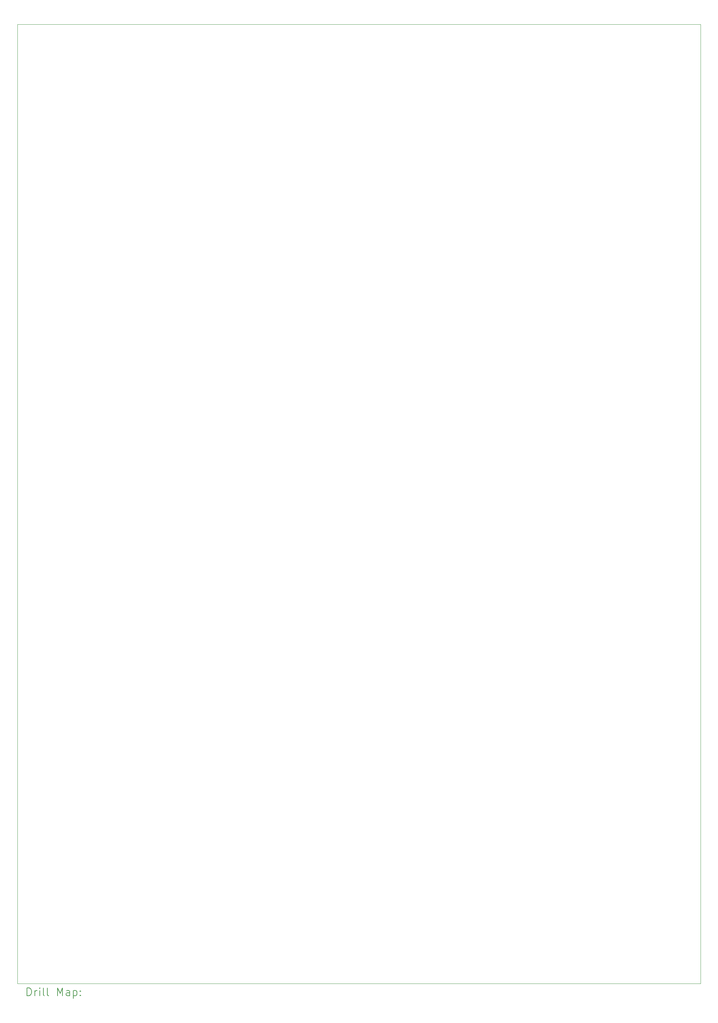
<source format=gbr>
%FSLAX45Y45*%
G04 Gerber Fmt 4.5, Leading zero omitted, Abs format (unit mm)*
G04 Created by KiCad (PCBNEW (6.0.6)) date 2022-09-29 15:29:26*
%MOMM*%
%LPD*%
G01*
G04 APERTURE LIST*
%TA.AperFunction,Profile*%
%ADD10C,0.100000*%
%TD*%
%ADD11C,0.200000*%
G04 APERTURE END LIST*
D10*
X56700000Y-1400000D02*
X39100000Y-1400000D01*
X39100000Y-1400000D02*
X39100000Y-26100000D01*
X39100000Y-26100000D02*
X56700000Y-26100000D01*
X56700000Y-26100000D02*
X56700000Y-1400000D01*
D11*
X39352619Y-26415476D02*
X39352619Y-26215476D01*
X39400238Y-26215476D01*
X39428810Y-26225000D01*
X39447857Y-26244048D01*
X39457381Y-26263095D01*
X39466905Y-26301190D01*
X39466905Y-26329762D01*
X39457381Y-26367857D01*
X39447857Y-26386905D01*
X39428810Y-26405952D01*
X39400238Y-26415476D01*
X39352619Y-26415476D01*
X39552619Y-26415476D02*
X39552619Y-26282143D01*
X39552619Y-26320238D02*
X39562143Y-26301190D01*
X39571667Y-26291667D01*
X39590714Y-26282143D01*
X39609762Y-26282143D01*
X39676429Y-26415476D02*
X39676429Y-26282143D01*
X39676429Y-26215476D02*
X39666905Y-26225000D01*
X39676429Y-26234524D01*
X39685952Y-26225000D01*
X39676429Y-26215476D01*
X39676429Y-26234524D01*
X39800238Y-26415476D02*
X39781190Y-26405952D01*
X39771667Y-26386905D01*
X39771667Y-26215476D01*
X39905000Y-26415476D02*
X39885952Y-26405952D01*
X39876429Y-26386905D01*
X39876429Y-26215476D01*
X40133571Y-26415476D02*
X40133571Y-26215476D01*
X40200238Y-26358333D01*
X40266905Y-26215476D01*
X40266905Y-26415476D01*
X40447857Y-26415476D02*
X40447857Y-26310714D01*
X40438333Y-26291667D01*
X40419286Y-26282143D01*
X40381190Y-26282143D01*
X40362143Y-26291667D01*
X40447857Y-26405952D02*
X40428810Y-26415476D01*
X40381190Y-26415476D01*
X40362143Y-26405952D01*
X40352619Y-26386905D01*
X40352619Y-26367857D01*
X40362143Y-26348809D01*
X40381190Y-26339286D01*
X40428810Y-26339286D01*
X40447857Y-26329762D01*
X40543095Y-26282143D02*
X40543095Y-26482143D01*
X40543095Y-26291667D02*
X40562143Y-26282143D01*
X40600238Y-26282143D01*
X40619286Y-26291667D01*
X40628810Y-26301190D01*
X40638333Y-26320238D01*
X40638333Y-26377381D01*
X40628810Y-26396428D01*
X40619286Y-26405952D01*
X40600238Y-26415476D01*
X40562143Y-26415476D01*
X40543095Y-26405952D01*
X40724048Y-26396428D02*
X40733571Y-26405952D01*
X40724048Y-26415476D01*
X40714524Y-26405952D01*
X40724048Y-26396428D01*
X40724048Y-26415476D01*
X40724048Y-26291667D02*
X40733571Y-26301190D01*
X40724048Y-26310714D01*
X40714524Y-26301190D01*
X40724048Y-26291667D01*
X40724048Y-26310714D01*
M02*

</source>
